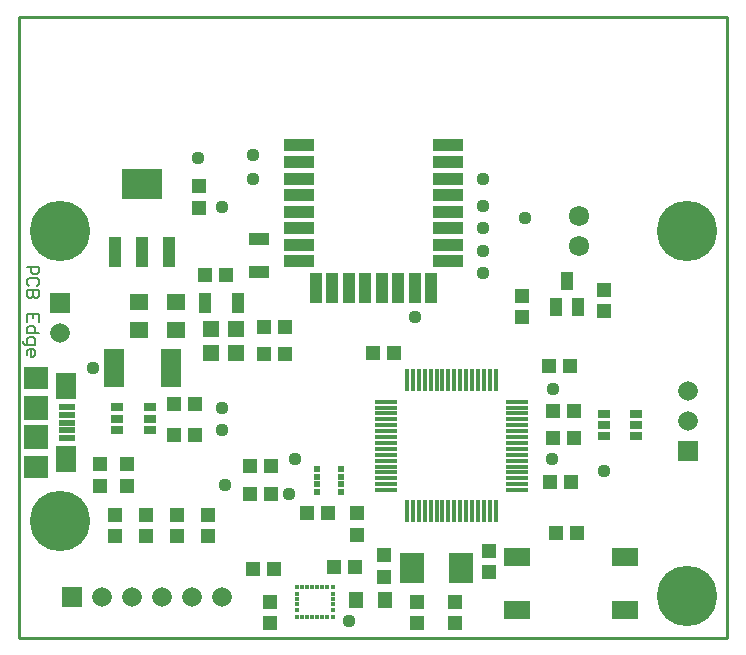
<source format=gts>
G04*
G04 #@! TF.GenerationSoftware,Altium Limited,Altium Designer,19.0.14 (431)*
G04*
G04 Layer_Color=8388736*
%FSLAX43Y43*%
%MOMM*%
G71*
G01*
G75*
%ADD11C,0.100*%
%ADD13C,0.200*%
%ADD16C,0.254*%
%ADD44R,1.720X2.220*%
%ADD45R,1.470X0.520*%
%ADD46R,2.020X1.920*%
%ADD47R,2.020X2.020*%
%ADD48R,1.120X2.570*%
%ADD49R,2.570X1.120*%
%ADD50C,1.120*%
%ADD51R,0.620X0.470*%
%ADD52R,1.220X1.220*%
%ADD53R,1.220X1.220*%
%ADD54R,2.020X2.520*%
%ADD55R,0.330X0.450*%
%ADD56R,0.450X0.330*%
%ADD57R,1.220X1.370*%
%ADD58R,2.228X1.517*%
%ADD59R,1.120X0.720*%
%ADD60R,1.120X1.520*%
%ADD61R,1.800X3.270*%
%ADD62O,1.920X0.420*%
%ADD63O,0.420X1.920*%
%ADD64R,1.320X1.320*%
%ADD65R,1.070X1.820*%
%ADD66R,1.820X1.070*%
%ADD67R,3.420X2.520*%
%ADD68R,1.120X2.520*%
%ADD69R,1.520X1.320*%
%ADD70C,1.720*%
%ADD71R,1.670X1.670*%
%ADD72C,1.670*%
%ADD73R,1.670X1.670*%
%ADD74C,5.120*%
D11*
X-53Y12229D02*
Y24229D01*
D13*
X635Y31437D02*
X1635D01*
Y30937D01*
X1468Y30771D01*
X1135D01*
X968Y30937D01*
Y31437D01*
X1468Y29771D02*
X1635Y29938D01*
Y30271D01*
X1468Y30437D01*
X802D01*
X635Y30271D01*
Y29938D01*
X802Y29771D01*
X1635Y29438D02*
X635D01*
Y28938D01*
X802Y28771D01*
X968D01*
X1135Y28938D01*
Y29438D01*
Y28938D01*
X1301Y28771D01*
X1468D01*
X1635Y28938D01*
Y29438D01*
Y26772D02*
Y27438D01*
X635D01*
Y26772D01*
X1135Y27438D02*
Y27105D01*
X1635Y25772D02*
X635D01*
Y26272D01*
X802Y26439D01*
X1135D01*
X1301Y26272D01*
Y25772D01*
X302Y25106D02*
Y24939D01*
X468Y24773D01*
X1301D01*
Y25272D01*
X1135Y25439D01*
X802D01*
X635Y25272D01*
Y24773D01*
Y23940D02*
Y24273D01*
X802Y24439D01*
X1135D01*
X1301Y24273D01*
Y23940D01*
X1135Y23773D01*
X968D01*
Y24439D01*
D16*
X0Y0D02*
Y52578D01*
Y0D02*
X59944D01*
Y52578D01*
X0D02*
X59944D01*
D44*
X3947Y15129D02*
D03*
Y21329D02*
D03*
D45*
X4072Y16929D02*
D03*
Y17579D02*
D03*
Y19529D02*
D03*
Y18879D02*
D03*
Y18229D02*
D03*
D46*
X1397Y22029D02*
D03*
Y14429D02*
D03*
D47*
Y19429D02*
D03*
Y17029D02*
D03*
D48*
X25100Y29599D02*
D03*
X26500D02*
D03*
X27900D02*
D03*
X29300D02*
D03*
X30700D02*
D03*
X32100D02*
D03*
X33500D02*
D03*
X34900D02*
D03*
D49*
X36295Y41694D02*
D03*
Y40294D02*
D03*
Y38894D02*
D03*
Y37494D02*
D03*
Y36094D02*
D03*
Y34694D02*
D03*
Y33294D02*
D03*
Y31894D02*
D03*
X23705D02*
D03*
Y33294D02*
D03*
Y34694D02*
D03*
Y36094D02*
D03*
Y37494D02*
D03*
Y38894D02*
D03*
Y40294D02*
D03*
Y41694D02*
D03*
D50*
X22860Y12218D02*
D03*
X23368Y15181D02*
D03*
X49530Y14097D02*
D03*
X45085Y15113D02*
D03*
X45201Y21082D02*
D03*
X42799Y35560D02*
D03*
X39243Y30861D02*
D03*
Y32766D02*
D03*
Y34671D02*
D03*
Y36576D02*
D03*
Y38894D02*
D03*
X33528Y27167D02*
D03*
X19801Y38894D02*
D03*
X19812Y40894D02*
D03*
X15113Y40640D02*
D03*
X17145Y36449D02*
D03*
X6223Y22813D02*
D03*
X17399Y12954D02*
D03*
X17145Y19506D02*
D03*
Y17607D02*
D03*
X27900Y1397D02*
D03*
D51*
X27246Y12360D02*
D03*
Y13010D02*
D03*
Y13660D02*
D03*
Y14310D02*
D03*
X25196Y14310D02*
D03*
Y13660D02*
D03*
Y13010D02*
D03*
Y12360D02*
D03*
D52*
X26173Y10541D02*
D03*
X24373D02*
D03*
X26659Y5969D02*
D03*
X28459D02*
D03*
X19801Y5842D02*
D03*
X21601D02*
D03*
X47255Y8890D02*
D03*
X45455D02*
D03*
X44947Y13208D02*
D03*
X46747D02*
D03*
X45201Y16891D02*
D03*
X47001D02*
D03*
X45201Y19177D02*
D03*
X47001D02*
D03*
X31761Y24130D02*
D03*
X29961D02*
D03*
X20690Y24003D02*
D03*
X22490D02*
D03*
X20701Y26289D02*
D03*
X22501D02*
D03*
X15737Y30734D02*
D03*
X17537D02*
D03*
X21347Y14531D02*
D03*
X19547D02*
D03*
X21347Y12192D02*
D03*
X19547D02*
D03*
X14870Y19812D02*
D03*
X13070D02*
D03*
X14870Y17145D02*
D03*
X13070D02*
D03*
X46620Y22987D02*
D03*
X44820D02*
D03*
D53*
X28569Y10552D02*
D03*
Y8752D02*
D03*
X30861Y5185D02*
D03*
Y6985D02*
D03*
X21209Y1259D02*
D03*
Y3059D02*
D03*
X33675D02*
D03*
Y1259D02*
D03*
X36850Y3059D02*
D03*
Y1259D02*
D03*
X39751Y7377D02*
D03*
Y5577D02*
D03*
X49468Y29475D02*
D03*
Y27675D02*
D03*
X42545Y28967D02*
D03*
Y27167D02*
D03*
X15240Y38238D02*
D03*
Y36438D02*
D03*
X15992Y10425D02*
D03*
Y8625D02*
D03*
X13368Y10425D02*
D03*
Y8625D02*
D03*
X10743Y10425D02*
D03*
Y8625D02*
D03*
X8118Y10425D02*
D03*
Y8625D02*
D03*
X9144Y12898D02*
D03*
Y14698D02*
D03*
X6858D02*
D03*
Y12898D02*
D03*
D54*
X33276Y5931D02*
D03*
X37376D02*
D03*
D55*
X23514Y1798D02*
D03*
X23944D02*
D03*
X24374D02*
D03*
X24804D02*
D03*
X25234D02*
D03*
X25664D02*
D03*
X26094D02*
D03*
X26524D02*
D03*
Y4298D02*
D03*
X26094D02*
D03*
X25664D02*
D03*
X25234D02*
D03*
X24804D02*
D03*
X24374D02*
D03*
X23944D02*
D03*
X23514D02*
D03*
D56*
Y2403D02*
D03*
Y2833D02*
D03*
Y3263D02*
D03*
X26524Y2403D02*
D03*
Y2833D02*
D03*
Y3263D02*
D03*
Y3693D02*
D03*
X23514D02*
D03*
D57*
X30968Y3175D02*
D03*
X28468D02*
D03*
D58*
X42177Y2324D02*
D03*
X51295D02*
D03*
X42177Y6820D02*
D03*
X51295D02*
D03*
D59*
X52218Y18956D02*
D03*
Y18006D02*
D03*
Y17056D02*
D03*
X49468D02*
D03*
Y18006D02*
D03*
Y18956D02*
D03*
X8277Y17607D02*
D03*
Y18557D02*
D03*
Y19507D02*
D03*
X11027D02*
D03*
Y18557D02*
D03*
Y17607D02*
D03*
D60*
X46355Y30183D02*
D03*
X47305Y27983D02*
D03*
X45405D02*
D03*
D61*
X8024Y22813D02*
D03*
X12804D02*
D03*
D62*
X31026Y12506D02*
D03*
Y13006D02*
D03*
Y13506D02*
D03*
Y14006D02*
D03*
Y14506D02*
D03*
Y15006D02*
D03*
Y15506D02*
D03*
Y16006D02*
D03*
Y16506D02*
D03*
Y17006D02*
D03*
Y17506D02*
D03*
Y18006D02*
D03*
Y18506D02*
D03*
Y19006D02*
D03*
Y19506D02*
D03*
Y20006D02*
D03*
X42126D02*
D03*
Y19506D02*
D03*
Y19006D02*
D03*
Y18506D02*
D03*
Y18006D02*
D03*
Y17506D02*
D03*
Y17006D02*
D03*
Y16506D02*
D03*
Y16006D02*
D03*
Y15506D02*
D03*
Y15006D02*
D03*
Y14506D02*
D03*
Y14006D02*
D03*
Y13506D02*
D03*
Y13006D02*
D03*
Y12506D02*
D03*
D63*
X32826Y21806D02*
D03*
X33326D02*
D03*
X33826D02*
D03*
X34326D02*
D03*
X34826D02*
D03*
X35326D02*
D03*
X35826D02*
D03*
X36326D02*
D03*
X36826D02*
D03*
X37326D02*
D03*
X37826D02*
D03*
X38326D02*
D03*
X38826D02*
D03*
X39326D02*
D03*
X39826D02*
D03*
X40326D02*
D03*
Y10706D02*
D03*
X39826D02*
D03*
X39326D02*
D03*
X38826D02*
D03*
X38326D02*
D03*
X37826D02*
D03*
X37326D02*
D03*
X36826D02*
D03*
X36326D02*
D03*
X35826D02*
D03*
X35326D02*
D03*
X34826D02*
D03*
X34326D02*
D03*
X33826D02*
D03*
X33326D02*
D03*
X32826D02*
D03*
D64*
X18322Y26162D02*
D03*
X16222D02*
D03*
X18322Y24130D02*
D03*
X16222D02*
D03*
D65*
X15745Y28321D02*
D03*
X18545D02*
D03*
D66*
X20320Y33785D02*
D03*
Y30985D02*
D03*
D67*
X10414Y38460D02*
D03*
D68*
X12714Y32660D02*
D03*
X10414D02*
D03*
X8114D02*
D03*
D69*
X10134Y28448D02*
D03*
X13234D02*
D03*
X10134Y26035D02*
D03*
X13234D02*
D03*
D70*
X47371Y33205D02*
D03*
Y35745D02*
D03*
D71*
X3429Y28321D02*
D03*
X56590Y15823D02*
D03*
D72*
X3429Y25781D02*
D03*
X56590Y20903D02*
D03*
Y18363D02*
D03*
X9525Y3429D02*
D03*
X12065D02*
D03*
X14605D02*
D03*
X17145D02*
D03*
X6985D02*
D03*
D73*
X4445D02*
D03*
D74*
X56515Y3557D02*
D03*
X3429Y9906D02*
D03*
X56515Y34417D02*
D03*
X3429D02*
D03*
M02*

</source>
